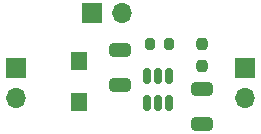
<source format=gts>
G04 #@! TF.GenerationSoftware,KiCad,Pcbnew,8.0.2*
G04 #@! TF.CreationDate,2024-05-22T23:10:01-04:00*
G04 #@! TF.ProjectId,BoostConverter-TLV61070ADBVR,426f6f73-7443-46f6-9e76-65727465722d,rev?*
G04 #@! TF.SameCoordinates,Original*
G04 #@! TF.FileFunction,Soldermask,Top*
G04 #@! TF.FilePolarity,Negative*
%FSLAX46Y46*%
G04 Gerber Fmt 4.6, Leading zero omitted, Abs format (unit mm)*
G04 Created by KiCad (PCBNEW 8.0.2) date 2024-05-22 23:10:01*
%MOMM*%
%LPD*%
G01*
G04 APERTURE LIST*
G04 Aperture macros list*
%AMRoundRect*
0 Rectangle with rounded corners*
0 $1 Rounding radius*
0 $2 $3 $4 $5 $6 $7 $8 $9 X,Y pos of 4 corners*
0 Add a 4 corners polygon primitive as box body*
4,1,4,$2,$3,$4,$5,$6,$7,$8,$9,$2,$3,0*
0 Add four circle primitives for the rounded corners*
1,1,$1+$1,$2,$3*
1,1,$1+$1,$4,$5*
1,1,$1+$1,$6,$7*
1,1,$1+$1,$8,$9*
0 Add four rect primitives between the rounded corners*
20,1,$1+$1,$2,$3,$4,$5,0*
20,1,$1+$1,$4,$5,$6,$7,0*
20,1,$1+$1,$6,$7,$8,$9,0*
20,1,$1+$1,$8,$9,$2,$3,0*%
G04 Aperture macros list end*
%ADD10R,1.450000X1.500000*%
%ADD11RoundRect,0.250000X-0.650000X0.325000X-0.650000X-0.325000X0.650000X-0.325000X0.650000X0.325000X0*%
%ADD12RoundRect,0.150000X0.150000X-0.512500X0.150000X0.512500X-0.150000X0.512500X-0.150000X-0.512500X0*%
%ADD13RoundRect,0.200000X0.200000X0.275000X-0.200000X0.275000X-0.200000X-0.275000X0.200000X-0.275000X0*%
%ADD14R,1.700000X1.700000*%
%ADD15O,1.700000X1.700000*%
%ADD16RoundRect,0.237500X0.237500X-0.250000X0.237500X0.250000X-0.237500X0.250000X-0.237500X-0.250000X0*%
G04 APERTURE END LIST*
D10*
X114000000Y-74950000D03*
X114000000Y-78450000D03*
D11*
X124400000Y-77325000D03*
X124400000Y-80275000D03*
D12*
X119700000Y-78480500D03*
X120650000Y-78480500D03*
X121600000Y-78480500D03*
X121600000Y-76205500D03*
X120650000Y-76205500D03*
X119700000Y-76205500D03*
D11*
X117400000Y-74025000D03*
X117400000Y-76975000D03*
D13*
X121602000Y-73530000D03*
X119952000Y-73530000D03*
D14*
X115057000Y-70866000D03*
D15*
X117597000Y-70866000D03*
D16*
X124400000Y-75362500D03*
X124400000Y-73537500D03*
D14*
X128000000Y-75525000D03*
D15*
X128000000Y-78065000D03*
D14*
X108655000Y-75560000D03*
D15*
X108655000Y-78100000D03*
M02*

</source>
